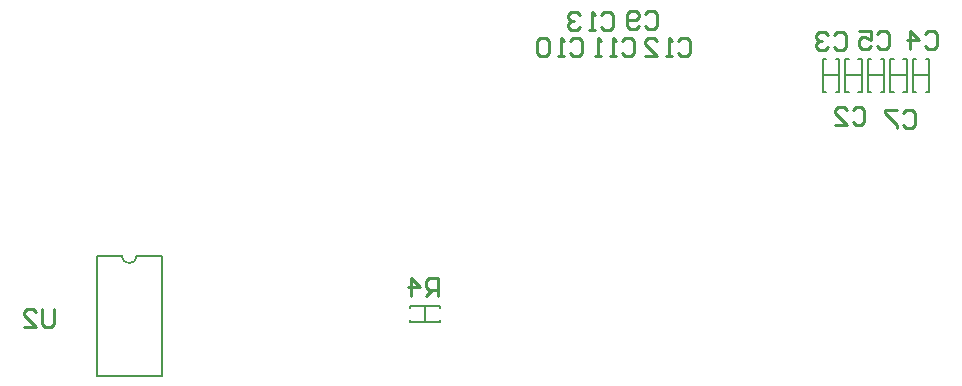
<source format=gbr>
%TF.GenerationSoftware,Altium Limited,Altium Designer,19.1.8 (144)*%
G04 Layer_Color=65280*
%FSLAX26Y26*%
%MOIN*%
%TF.FileFunction,Legend,Bot*%
%TF.Part,Single*%
G01*
G75*
%TA.AperFunction,NonConductor*%
%ADD27C,0.010000*%
%ADD32C,0.007874*%
%ADD33C,0.005906*%
D27*
X3721886Y3857206D02*
Y3807222D01*
X3711889Y3797225D01*
X3691896D01*
X3681899Y3807222D01*
Y3857206D01*
X3621918Y3797225D02*
X3661905D01*
X3621918Y3837212D01*
Y3847209D01*
X3631915Y3857206D01*
X3651909D01*
X3661905Y3847209D01*
X5001392Y3900692D02*
Y3960673D01*
X4971402D01*
X4961405Y3950676D01*
Y3930682D01*
X4971402Y3920686D01*
X5001392D01*
X4981399D02*
X4961405Y3900692D01*
X4911421D02*
Y3960673D01*
X4941411Y3930682D01*
X4901424D01*
X6548944Y4512001D02*
X6558941Y4521998D01*
X6578934D01*
X6588931Y4512001D01*
Y4472014D01*
X6578934Y4462017D01*
X6558941D01*
X6548944Y4472014D01*
X6528950Y4521998D02*
X6488963D01*
Y4512001D01*
X6528950Y4472014D01*
Y4462017D01*
X6465013Y4774984D02*
X6475010Y4784981D01*
X6495003D01*
X6505000Y4774984D01*
Y4734997D01*
X6495003Y4725000D01*
X6475010D01*
X6465013Y4734997D01*
X6405032Y4784981D02*
X6445019D01*
Y4754990D01*
X6425026Y4764987D01*
X6415029D01*
X6405032Y4754990D01*
Y4734997D01*
X6415029Y4725000D01*
X6435023D01*
X6445019Y4734997D01*
X6625013Y4774984D02*
X6635010Y4784981D01*
X6655003D01*
X6665000Y4774984D01*
Y4734997D01*
X6655003Y4725000D01*
X6635010D01*
X6625013Y4734997D01*
X6575029Y4725000D02*
Y4784981D01*
X6605019Y4754990D01*
X6565032D01*
X6320013Y4769984D02*
X6330010Y4779981D01*
X6350003D01*
X6360000Y4769984D01*
Y4729997D01*
X6350003Y4720000D01*
X6330010D01*
X6320013Y4729997D01*
X6300019Y4769984D02*
X6290023Y4779981D01*
X6270029D01*
X6260032Y4769984D01*
Y4759987D01*
X6270029Y4749990D01*
X6280026D01*
X6270029D01*
X6260032Y4739993D01*
Y4729997D01*
X6270029Y4720000D01*
X6290023D01*
X6300019Y4729997D01*
X6382241Y4520243D02*
X6392238Y4530240D01*
X6412231D01*
X6422228Y4520243D01*
Y4480256D01*
X6412231Y4470259D01*
X6392238D01*
X6382241Y4480256D01*
X6322260Y4470259D02*
X6362247D01*
X6322260Y4510246D01*
Y4520243D01*
X6332257Y4530240D01*
X6352251D01*
X6362247Y4520243D01*
X5544780Y4838368D02*
X5554777Y4848365D01*
X5574770D01*
X5584767Y4838368D01*
Y4798381D01*
X5574770Y4788384D01*
X5554777D01*
X5544780Y4798381D01*
X5524786Y4788384D02*
X5504793D01*
X5514790D01*
Y4848365D01*
X5524786Y4838368D01*
X5474803D02*
X5464806Y4848365D01*
X5444812D01*
X5434815Y4838368D01*
Y4828371D01*
X5444812Y4818374D01*
X5454809D01*
X5444812D01*
X5434815Y4808377D01*
Y4798381D01*
X5444812Y4788384D01*
X5464806D01*
X5474803Y4798381D01*
X5800013Y4749984D02*
X5810010Y4759981D01*
X5830003D01*
X5840000Y4749984D01*
Y4709997D01*
X5830003Y4700000D01*
X5810010D01*
X5800013Y4709997D01*
X5780019Y4700000D02*
X5760026D01*
X5770023D01*
Y4759981D01*
X5780019Y4749984D01*
X5690048Y4700000D02*
X5730036D01*
X5690048Y4739987D01*
Y4749984D01*
X5700045Y4759981D01*
X5720039D01*
X5730036Y4749984D01*
X5615013D02*
X5625010Y4759981D01*
X5645003D01*
X5655000Y4749984D01*
Y4709997D01*
X5645003Y4700000D01*
X5625010D01*
X5615013Y4709997D01*
X5595019Y4700000D02*
X5575026D01*
X5585023D01*
Y4759981D01*
X5595019Y4749984D01*
X5545036Y4700000D02*
X5525042D01*
X5535039D01*
Y4759981D01*
X5545036Y4749984D01*
X5440013D02*
X5450010Y4759981D01*
X5470003D01*
X5480000Y4749984D01*
Y4709997D01*
X5470003Y4700000D01*
X5450010D01*
X5440013Y4709997D01*
X5420019Y4700000D02*
X5400026D01*
X5410023D01*
Y4759981D01*
X5420019Y4749984D01*
X5370036D02*
X5360039Y4759981D01*
X5340045D01*
X5330048Y4749984D01*
Y4709997D01*
X5340045Y4700000D01*
X5360039D01*
X5370036Y4709997D01*
Y4749984D01*
X5689149Y4840891D02*
X5699146Y4850888D01*
X5719139D01*
X5729136Y4840891D01*
Y4800904D01*
X5719139Y4790907D01*
X5699146D01*
X5689149Y4800904D01*
X5669155D02*
X5659159Y4790907D01*
X5639165D01*
X5629168Y4800904D01*
Y4840891D01*
X5639165Y4850888D01*
X5659159D01*
X5669155Y4840891D01*
Y4830894D01*
X5659159Y4820897D01*
X5629168D01*
D32*
X3946260Y4035000D02*
G03*
X3996260Y4035000I25000J0D01*
G01*
X4079134Y3635000D02*
Y4035000D01*
X3863386Y3635000D02*
X4079134D01*
X3863386D02*
Y4035000D01*
X3946260D01*
X3996260D02*
X4079134D01*
D33*
X6582441Y4581457D02*
X6594252D01*
X6582441D02*
Y4691693D01*
X6594252D01*
X6625748D02*
X6637559D01*
Y4581457D02*
Y4691693D01*
X6625748Y4581457D02*
X6637559D01*
X6582441Y4636575D02*
X6637559D01*
X6507441Y4581457D02*
X6519252D01*
X6507441D02*
Y4691693D01*
X6519252D01*
X6550748D02*
X6562559D01*
Y4581457D02*
Y4691693D01*
X6550748Y4581457D02*
X6562559D01*
X6507441Y4636575D02*
X6562559D01*
X4956902Y3812752D02*
Y3867870D01*
X5006902Y3860311D02*
Y3867870D01*
X4906902D02*
X5006902D01*
X4906902Y3860311D02*
Y3867870D01*
Y3812752D02*
Y3820311D01*
Y3812752D02*
X5006902D01*
Y3820311D01*
X6282441Y4636575D02*
X6337559D01*
X6325748Y4581457D02*
X6337559D01*
Y4691693D01*
X6325748D02*
X6337559D01*
X6282441D02*
X6294252D01*
X6282441Y4581457D02*
Y4691693D01*
Y4581457D02*
X6294252D01*
X6357441Y4636575D02*
X6412559D01*
X6400748Y4581457D02*
X6412559D01*
Y4691693D01*
X6400748D02*
X6412559D01*
X6357441D02*
X6369252D01*
X6357441Y4581457D02*
Y4691693D01*
Y4581457D02*
X6369252D01*
X6432441Y4636575D02*
X6487559D01*
X6475748Y4581457D02*
X6487559D01*
Y4691693D01*
X6475748D02*
X6487559D01*
X6432441D02*
X6444252D01*
X6432441Y4581457D02*
Y4691693D01*
Y4581457D02*
X6444252D01*
%TF.MD5,348420c7c6eff65f91022f8ff21fc869*%
M02*

</source>
